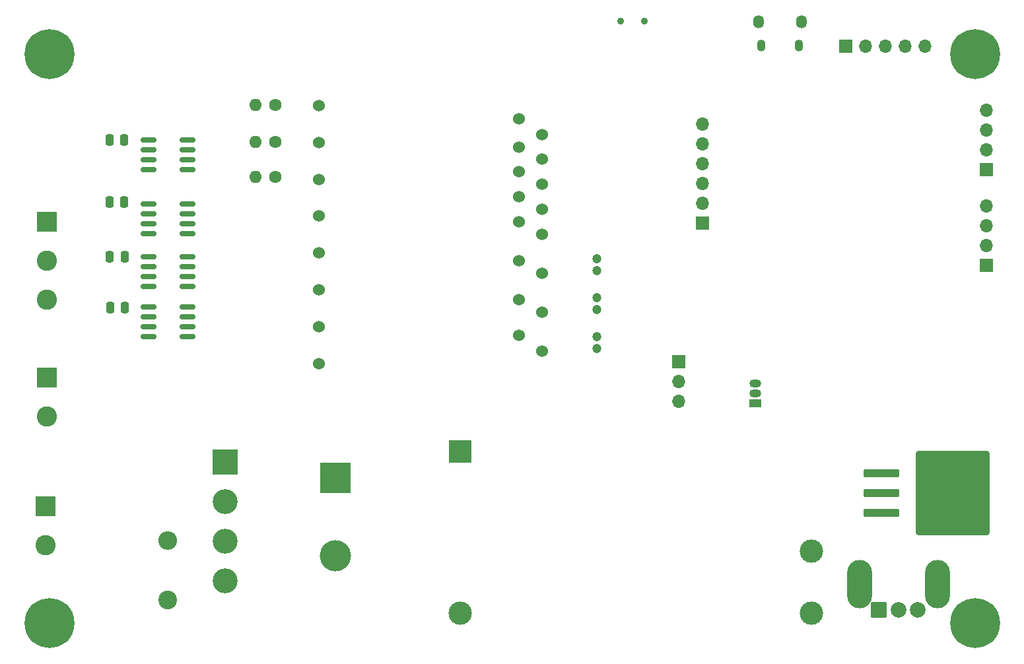
<source format=gbr>
%TF.GenerationSoftware,KiCad,Pcbnew,8.0.6*%
%TF.CreationDate,2024-12-28T02:56:51-05:00*%
%TF.ProjectId,AC_Driver_V2,41435f44-7269-4766-9572-5f56322e6b69,rev?*%
%TF.SameCoordinates,Original*%
%TF.FileFunction,Soldermask,Bot*%
%TF.FilePolarity,Negative*%
%FSLAX46Y46*%
G04 Gerber Fmt 4.6, Leading zero omitted, Abs format (unit mm)*
G04 Created by KiCad (PCBNEW 8.0.6) date 2024-12-28 02:56:51*
%MOMM*%
%LPD*%
G01*
G04 APERTURE LIST*
G04 Aperture macros list*
%AMRoundRect*
0 Rectangle with rounded corners*
0 $1 Rounding radius*
0 $2 $3 $4 $5 $6 $7 $8 $9 X,Y pos of 4 corners*
0 Add a 4 corners polygon primitive as box body*
4,1,4,$2,$3,$4,$5,$6,$7,$8,$9,$2,$3,0*
0 Add four circle primitives for the rounded corners*
1,1,$1+$1,$2,$3*
1,1,$1+$1,$4,$5*
1,1,$1+$1,$6,$7*
1,1,$1+$1,$8,$9*
0 Add four rect primitives between the rounded corners*
20,1,$1+$1,$2,$3,$4,$5,0*
20,1,$1+$1,$4,$5,$6,$7,0*
20,1,$1+$1,$6,$7,$8,$9,0*
20,1,$1+$1,$8,$9,$2,$3,0*%
G04 Aperture macros list end*
%ADD10R,1.700000X1.700000*%
%ADD11O,1.700000X1.700000*%
%ADD12R,1.500000X1.050000*%
%ADD13O,1.500000X1.050000*%
%ADD14RoundRect,0.250000X-2.050000X-0.300000X2.050000X-0.300000X2.050000X0.300000X-2.050000X0.300000X0*%
%ADD15RoundRect,0.250002X-4.449998X-5.149998X4.449998X-5.149998X4.449998X5.149998X-4.449998X5.149998X0*%
%ADD16RoundRect,0.102000X-0.900000X-0.900000X0.900000X-0.900000X0.900000X0.900000X-0.900000X0.900000X0*%
%ADD17C,2.004000*%
%ADD18O,3.204000X6.204000*%
%ADD19RoundRect,0.150000X0.825000X0.150000X-0.825000X0.150000X-0.825000X-0.150000X0.825000X-0.150000X0*%
%ADD20RoundRect,0.250000X-0.250000X-0.475000X0.250000X-0.475000X0.250000X0.475000X-0.250000X0.475000X0*%
%ADD21RoundRect,0.250000X0.250000X0.475000X-0.250000X0.475000X-0.250000X-0.475000X0.250000X-0.475000X0*%
%ADD22O,2.400000X2.400000*%
%ADD23C,2.400000*%
%ADD24C,1.600000*%
%ADD25O,1.600000X1.600000*%
%ADD26C,2.600000*%
%ADD27R,2.600000X2.600000*%
%ADD28C,0.800000*%
%ADD29C,6.400000*%
%ADD30C,3.200000*%
%ADD31R,3.200000X3.200000*%
%ADD32C,4.000000*%
%ADD33R,4.000000X4.000000*%
%ADD34C,1.200000*%
%ADD35C,0.900000*%
%ADD36O,1.350000X1.700000*%
%ADD37O,1.100000X1.500000*%
%ADD38C,1.524000*%
%ADD39C,3.000000*%
%ADD40R,3.000000X3.000000*%
G04 APERTURE END LIST*
D10*
%TO.C,J6*%
X111500000Y-75420000D03*
D11*
X111500000Y-77960000D03*
X111500000Y-80500000D03*
%TD*%
D12*
%TO.C,Q1*%
X121360000Y-80770000D03*
D13*
X121360000Y-79500000D03*
X121360000Y-78230000D03*
%TD*%
D14*
%TO.C,U1*%
X137525000Y-94865000D03*
X137525000Y-92325000D03*
D15*
X146675000Y-92325000D03*
D14*
X137525000Y-89785000D03*
%TD*%
D16*
%TO.C,R26*%
X137200000Y-107300000D03*
D17*
X139700000Y-107300000D03*
X142200000Y-107300000D03*
D18*
X134700000Y-104000000D03*
X144700000Y-104000000D03*
%TD*%
D19*
%TO.C,U7*%
X43550000Y-55230000D03*
X43550000Y-56500000D03*
X43550000Y-57770000D03*
X43550000Y-59040000D03*
X48500000Y-59040000D03*
X48500000Y-57770000D03*
X48500000Y-56500000D03*
X48500000Y-55230000D03*
%TD*%
%TO.C,U6*%
X43525000Y-68460000D03*
X43525000Y-69730000D03*
X43525000Y-71000000D03*
X43525000Y-72270000D03*
X48475000Y-72270000D03*
X48475000Y-71000000D03*
X48475000Y-69730000D03*
X48475000Y-68460000D03*
%TD*%
%TO.C,U5*%
X43525000Y-61960000D03*
X43525000Y-63230000D03*
X43525000Y-64500000D03*
X43525000Y-65770000D03*
X48475000Y-65770000D03*
X48475000Y-64500000D03*
X48475000Y-63230000D03*
X48475000Y-61960000D03*
%TD*%
D20*
%TO.C,C37*%
X38525000Y-47000000D03*
X40425000Y-47000000D03*
%TD*%
D21*
%TO.C,C36*%
X40450000Y-62000000D03*
X38550000Y-62000000D03*
%TD*%
%TO.C,C35*%
X40400000Y-55000000D03*
X38500000Y-55000000D03*
%TD*%
%TO.C,C17*%
X40500000Y-68500000D03*
X38600000Y-68500000D03*
%TD*%
D22*
%TO.C,TH1*%
X46000000Y-98380000D03*
D23*
X46000000Y-106000000D03*
%TD*%
D24*
%TO.C,R18*%
X59790000Y-51750000D03*
D25*
X57250000Y-51750000D03*
%TD*%
D24*
%TO.C,R22*%
X59790000Y-42500000D03*
D25*
X57250000Y-42500000D03*
%TD*%
D24*
%TO.C,R21*%
X59790000Y-47250000D03*
D25*
X57250000Y-47250000D03*
%TD*%
D26*
%TO.C,J2-HVDC2*%
X30500000Y-82500000D03*
D27*
X30500000Y-77500000D03*
%TD*%
D26*
%TO.C,J1-120VAC1*%
X30300000Y-99000000D03*
D27*
X30300000Y-94000000D03*
%TD*%
%TO.C,MOTOR1*%
X30500000Y-57500000D03*
D26*
X30500000Y-62500000D03*
X30500000Y-67500000D03*
%TD*%
D28*
%TO.C,H4*%
X151900000Y-109000000D03*
X151197056Y-110697056D03*
X151197056Y-107302944D03*
X149500000Y-111400000D03*
D29*
X149500000Y-109000000D03*
D28*
X149500000Y-106600000D03*
X147802944Y-110697056D03*
X147802944Y-107302944D03*
X147100000Y-109000000D03*
%TD*%
%TO.C,H3*%
X28400000Y-109000000D03*
X29102944Y-107302944D03*
X29102944Y-110697056D03*
X30800000Y-106600000D03*
D29*
X30800000Y-109000000D03*
D28*
X30800000Y-111400000D03*
X32497056Y-107302944D03*
X32497056Y-110697056D03*
X33200000Y-109000000D03*
%TD*%
%TO.C,H2*%
X147100000Y-36000000D03*
X147802944Y-34302944D03*
X147802944Y-37697056D03*
X149500000Y-33600000D03*
D29*
X149500000Y-36000000D03*
D28*
X149500000Y-38400000D03*
X151197056Y-34302944D03*
X151197056Y-37697056D03*
X151900000Y-36000000D03*
%TD*%
%TO.C,H1*%
X28400000Y-36000000D03*
X29102944Y-34302944D03*
X29102944Y-37697056D03*
X30800000Y-33600000D03*
D29*
X30800000Y-36000000D03*
D28*
X30800000Y-38400000D03*
X32497056Y-34302944D03*
X32497056Y-37697056D03*
X33200000Y-36000000D03*
%TD*%
D30*
%TO.C,DB1*%
X53350000Y-103590000D03*
X53350000Y-98510000D03*
X53350000Y-93430000D03*
D31*
X53350000Y-88350000D03*
%TD*%
D32*
%TO.C,C1*%
X67500000Y-100342169D03*
D33*
X67500000Y-90342169D03*
%TD*%
D34*
%TO.C,C28*%
X101000000Y-68750000D03*
X101000000Y-67250000D03*
%TD*%
D11*
%TO.C,J2*%
X151000000Y-43210000D03*
X151000000Y-45750000D03*
X151000000Y-48290000D03*
D10*
X151000000Y-50830000D03*
%TD*%
D34*
%TO.C,C27*%
X101000000Y-73750000D03*
X101000000Y-72250000D03*
%TD*%
D35*
%TO.C,SW2*%
X107100000Y-31745000D03*
X104100000Y-31745000D03*
%TD*%
D10*
%TO.C,J5*%
X151000000Y-63080000D03*
D11*
X151000000Y-60540000D03*
X151000000Y-58000000D03*
X151000000Y-55460000D03*
%TD*%
%TO.C,J4*%
X143085000Y-35000000D03*
X140545000Y-35000000D03*
X138005000Y-35000000D03*
X135465000Y-35000000D03*
D10*
X132925000Y-35000000D03*
%TD*%
D36*
%TO.C,J3*%
X127255000Y-31885000D03*
D37*
X126945000Y-34885000D03*
X122105000Y-34885000D03*
D36*
X121795000Y-31885000D03*
%TD*%
D34*
%TO.C,C29*%
X101000000Y-63750000D03*
X101000000Y-62250000D03*
%TD*%
D38*
%TO.C,U1-IGCM04F60GAXKMA1*%
X94000000Y-74100000D03*
X91000000Y-72100000D03*
X94000000Y-69100000D03*
X91000000Y-67500000D03*
X94000000Y-64100000D03*
X91000000Y-62500000D03*
X94000000Y-59100000D03*
X91000000Y-57500000D03*
X94000000Y-55900000D03*
X91000000Y-54300000D03*
X94000000Y-52700000D03*
X91000000Y-51100000D03*
X94000000Y-49500000D03*
X91000000Y-47900000D03*
X94000000Y-46300000D03*
X91000000Y-44300000D03*
X65400000Y-42590000D03*
X65400000Y-47320000D03*
X65400000Y-52050000D03*
X65400000Y-56780000D03*
X65400000Y-61510000D03*
X65400000Y-66240000D03*
X65400000Y-70970000D03*
X65400000Y-75700000D03*
%TD*%
D19*
%TO.C,U8*%
X48500000Y-47000000D03*
X48500000Y-48270000D03*
X48500000Y-49540000D03*
X48500000Y-50810000D03*
X43550000Y-50810000D03*
X43550000Y-49540000D03*
X43550000Y-48270000D03*
X43550000Y-47000000D03*
%TD*%
D39*
%TO.C,PS1*%
X128500000Y-99750000D03*
X128500000Y-107750000D03*
X83500000Y-107750000D03*
D40*
X83500000Y-86950000D03*
%TD*%
D11*
%TO.C,J_TestPoints1*%
X114587500Y-45000000D03*
X114587500Y-47540000D03*
X114587500Y-50080000D03*
X114587500Y-52620000D03*
X114587500Y-55160000D03*
D10*
X114587500Y-57700000D03*
%TD*%
M02*

</source>
